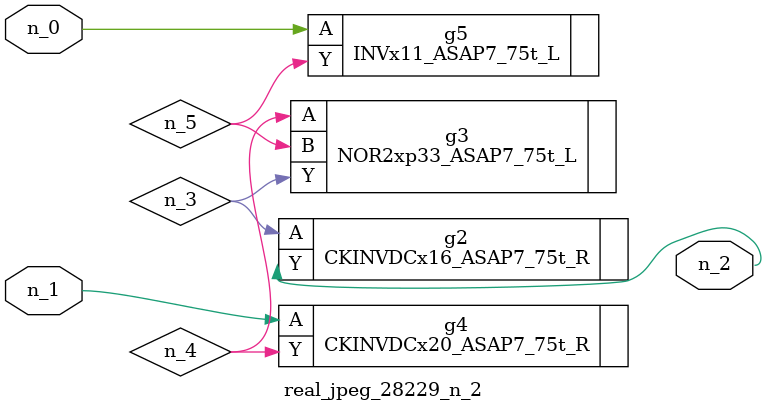
<source format=v>
module real_jpeg_28229_n_2 (n_1, n_0, n_2);

input n_1;
input n_0;

output n_2;

wire n_5;
wire n_4;
wire n_3;

INVx11_ASAP7_75t_L g5 ( 
.A(n_0),
.Y(n_5)
);

CKINVDCx20_ASAP7_75t_R g4 ( 
.A(n_1),
.Y(n_4)
);

CKINVDCx16_ASAP7_75t_R g2 ( 
.A(n_3),
.Y(n_2)
);

NOR2xp33_ASAP7_75t_L g3 ( 
.A(n_4),
.B(n_5),
.Y(n_3)
);


endmodule
</source>
